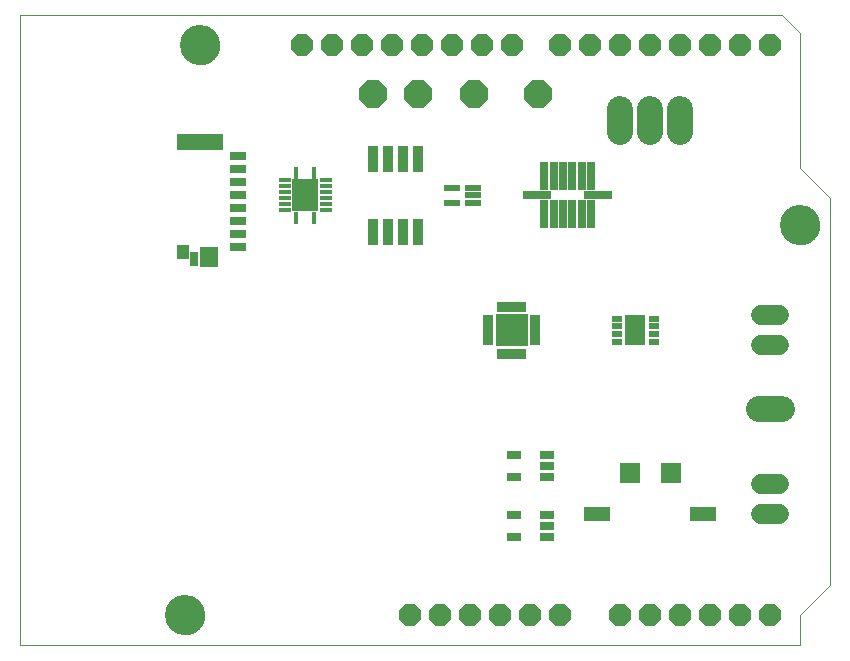
<source format=gts>
G75*
%MOIN*%
%OFA0B0*%
%FSLAX25Y25*%
%IPPOS*%
%LPD*%
%AMOC8*
5,1,8,0,0,1.08239X$1,22.5*
%
%ADD10C,0.00000*%
%ADD11OC8,0.07400*%
%ADD12C,0.13398*%
%ADD13R,0.10643X0.10643*%
%ADD14R,0.03753X0.01981*%
%ADD15R,0.01981X0.03753*%
%ADD16R,0.05131X0.03162*%
%ADD17R,0.05721X0.03162*%
%ADD18R,0.15721X0.05524*%
%ADD19R,0.03162X0.04737*%
%ADD20R,0.06312X0.06509*%
%ADD21R,0.04146X0.04540*%
%ADD22R,0.03400X0.08800*%
%ADD23R,0.06902X0.10249*%
%ADD24R,0.03359X0.02178*%
%ADD25R,0.04146X0.01784*%
%ADD26R,0.08674X0.10643*%
%ADD27R,0.01784X0.04146*%
%ADD28R,0.02965X0.09245*%
%ADD29R,0.09245X0.02965*%
%ADD30R,0.08700X0.05100*%
%ADD31C,0.06706*%
%ADD32R,0.05524X0.02375*%
%ADD33C,0.08600*%
%ADD34OC8,0.09300*%
%ADD35R,0.06706X0.06706*%
D10*
X0027000Y0009000D02*
X0027000Y0219000D01*
X0281000Y0219000D01*
X0287000Y0213000D01*
X0287000Y0168000D01*
X0297000Y0158000D01*
X0297000Y0029000D01*
X0287000Y0019000D01*
X0287000Y0009000D01*
X0027000Y0009000D01*
X0075701Y0019000D02*
X0075703Y0019158D01*
X0075709Y0019316D01*
X0075719Y0019474D01*
X0075733Y0019632D01*
X0075751Y0019789D01*
X0075772Y0019946D01*
X0075798Y0020102D01*
X0075828Y0020258D01*
X0075861Y0020413D01*
X0075899Y0020566D01*
X0075940Y0020719D01*
X0075985Y0020871D01*
X0076034Y0021022D01*
X0076087Y0021171D01*
X0076143Y0021319D01*
X0076203Y0021465D01*
X0076267Y0021610D01*
X0076335Y0021753D01*
X0076406Y0021895D01*
X0076480Y0022035D01*
X0076558Y0022172D01*
X0076640Y0022308D01*
X0076724Y0022442D01*
X0076813Y0022573D01*
X0076904Y0022702D01*
X0076999Y0022829D01*
X0077096Y0022954D01*
X0077197Y0023076D01*
X0077301Y0023195D01*
X0077408Y0023312D01*
X0077518Y0023426D01*
X0077631Y0023537D01*
X0077746Y0023646D01*
X0077864Y0023751D01*
X0077985Y0023853D01*
X0078108Y0023953D01*
X0078234Y0024049D01*
X0078362Y0024142D01*
X0078492Y0024232D01*
X0078625Y0024318D01*
X0078760Y0024402D01*
X0078896Y0024481D01*
X0079035Y0024558D01*
X0079176Y0024630D01*
X0079318Y0024700D01*
X0079462Y0024765D01*
X0079608Y0024827D01*
X0079755Y0024885D01*
X0079904Y0024940D01*
X0080054Y0024991D01*
X0080205Y0025038D01*
X0080357Y0025081D01*
X0080510Y0025120D01*
X0080665Y0025156D01*
X0080820Y0025187D01*
X0080976Y0025215D01*
X0081132Y0025239D01*
X0081289Y0025259D01*
X0081447Y0025275D01*
X0081604Y0025287D01*
X0081763Y0025295D01*
X0081921Y0025299D01*
X0082079Y0025299D01*
X0082237Y0025295D01*
X0082396Y0025287D01*
X0082553Y0025275D01*
X0082711Y0025259D01*
X0082868Y0025239D01*
X0083024Y0025215D01*
X0083180Y0025187D01*
X0083335Y0025156D01*
X0083490Y0025120D01*
X0083643Y0025081D01*
X0083795Y0025038D01*
X0083946Y0024991D01*
X0084096Y0024940D01*
X0084245Y0024885D01*
X0084392Y0024827D01*
X0084538Y0024765D01*
X0084682Y0024700D01*
X0084824Y0024630D01*
X0084965Y0024558D01*
X0085104Y0024481D01*
X0085240Y0024402D01*
X0085375Y0024318D01*
X0085508Y0024232D01*
X0085638Y0024142D01*
X0085766Y0024049D01*
X0085892Y0023953D01*
X0086015Y0023853D01*
X0086136Y0023751D01*
X0086254Y0023646D01*
X0086369Y0023537D01*
X0086482Y0023426D01*
X0086592Y0023312D01*
X0086699Y0023195D01*
X0086803Y0023076D01*
X0086904Y0022954D01*
X0087001Y0022829D01*
X0087096Y0022702D01*
X0087187Y0022573D01*
X0087276Y0022442D01*
X0087360Y0022308D01*
X0087442Y0022172D01*
X0087520Y0022035D01*
X0087594Y0021895D01*
X0087665Y0021753D01*
X0087733Y0021610D01*
X0087797Y0021465D01*
X0087857Y0021319D01*
X0087913Y0021171D01*
X0087966Y0021022D01*
X0088015Y0020871D01*
X0088060Y0020719D01*
X0088101Y0020566D01*
X0088139Y0020413D01*
X0088172Y0020258D01*
X0088202Y0020102D01*
X0088228Y0019946D01*
X0088249Y0019789D01*
X0088267Y0019632D01*
X0088281Y0019474D01*
X0088291Y0019316D01*
X0088297Y0019158D01*
X0088299Y0019000D01*
X0088297Y0018842D01*
X0088291Y0018684D01*
X0088281Y0018526D01*
X0088267Y0018368D01*
X0088249Y0018211D01*
X0088228Y0018054D01*
X0088202Y0017898D01*
X0088172Y0017742D01*
X0088139Y0017587D01*
X0088101Y0017434D01*
X0088060Y0017281D01*
X0088015Y0017129D01*
X0087966Y0016978D01*
X0087913Y0016829D01*
X0087857Y0016681D01*
X0087797Y0016535D01*
X0087733Y0016390D01*
X0087665Y0016247D01*
X0087594Y0016105D01*
X0087520Y0015965D01*
X0087442Y0015828D01*
X0087360Y0015692D01*
X0087276Y0015558D01*
X0087187Y0015427D01*
X0087096Y0015298D01*
X0087001Y0015171D01*
X0086904Y0015046D01*
X0086803Y0014924D01*
X0086699Y0014805D01*
X0086592Y0014688D01*
X0086482Y0014574D01*
X0086369Y0014463D01*
X0086254Y0014354D01*
X0086136Y0014249D01*
X0086015Y0014147D01*
X0085892Y0014047D01*
X0085766Y0013951D01*
X0085638Y0013858D01*
X0085508Y0013768D01*
X0085375Y0013682D01*
X0085240Y0013598D01*
X0085104Y0013519D01*
X0084965Y0013442D01*
X0084824Y0013370D01*
X0084682Y0013300D01*
X0084538Y0013235D01*
X0084392Y0013173D01*
X0084245Y0013115D01*
X0084096Y0013060D01*
X0083946Y0013009D01*
X0083795Y0012962D01*
X0083643Y0012919D01*
X0083490Y0012880D01*
X0083335Y0012844D01*
X0083180Y0012813D01*
X0083024Y0012785D01*
X0082868Y0012761D01*
X0082711Y0012741D01*
X0082553Y0012725D01*
X0082396Y0012713D01*
X0082237Y0012705D01*
X0082079Y0012701D01*
X0081921Y0012701D01*
X0081763Y0012705D01*
X0081604Y0012713D01*
X0081447Y0012725D01*
X0081289Y0012741D01*
X0081132Y0012761D01*
X0080976Y0012785D01*
X0080820Y0012813D01*
X0080665Y0012844D01*
X0080510Y0012880D01*
X0080357Y0012919D01*
X0080205Y0012962D01*
X0080054Y0013009D01*
X0079904Y0013060D01*
X0079755Y0013115D01*
X0079608Y0013173D01*
X0079462Y0013235D01*
X0079318Y0013300D01*
X0079176Y0013370D01*
X0079035Y0013442D01*
X0078896Y0013519D01*
X0078760Y0013598D01*
X0078625Y0013682D01*
X0078492Y0013768D01*
X0078362Y0013858D01*
X0078234Y0013951D01*
X0078108Y0014047D01*
X0077985Y0014147D01*
X0077864Y0014249D01*
X0077746Y0014354D01*
X0077631Y0014463D01*
X0077518Y0014574D01*
X0077408Y0014688D01*
X0077301Y0014805D01*
X0077197Y0014924D01*
X0077096Y0015046D01*
X0076999Y0015171D01*
X0076904Y0015298D01*
X0076813Y0015427D01*
X0076724Y0015558D01*
X0076640Y0015692D01*
X0076558Y0015828D01*
X0076480Y0015965D01*
X0076406Y0016105D01*
X0076335Y0016247D01*
X0076267Y0016390D01*
X0076203Y0016535D01*
X0076143Y0016681D01*
X0076087Y0016829D01*
X0076034Y0016978D01*
X0075985Y0017129D01*
X0075940Y0017281D01*
X0075899Y0017434D01*
X0075861Y0017587D01*
X0075828Y0017742D01*
X0075798Y0017898D01*
X0075772Y0018054D01*
X0075751Y0018211D01*
X0075733Y0018368D01*
X0075719Y0018526D01*
X0075709Y0018684D01*
X0075703Y0018842D01*
X0075701Y0019000D01*
X0280701Y0149000D02*
X0280703Y0149158D01*
X0280709Y0149316D01*
X0280719Y0149474D01*
X0280733Y0149632D01*
X0280751Y0149789D01*
X0280772Y0149946D01*
X0280798Y0150102D01*
X0280828Y0150258D01*
X0280861Y0150413D01*
X0280899Y0150566D01*
X0280940Y0150719D01*
X0280985Y0150871D01*
X0281034Y0151022D01*
X0281087Y0151171D01*
X0281143Y0151319D01*
X0281203Y0151465D01*
X0281267Y0151610D01*
X0281335Y0151753D01*
X0281406Y0151895D01*
X0281480Y0152035D01*
X0281558Y0152172D01*
X0281640Y0152308D01*
X0281724Y0152442D01*
X0281813Y0152573D01*
X0281904Y0152702D01*
X0281999Y0152829D01*
X0282096Y0152954D01*
X0282197Y0153076D01*
X0282301Y0153195D01*
X0282408Y0153312D01*
X0282518Y0153426D01*
X0282631Y0153537D01*
X0282746Y0153646D01*
X0282864Y0153751D01*
X0282985Y0153853D01*
X0283108Y0153953D01*
X0283234Y0154049D01*
X0283362Y0154142D01*
X0283492Y0154232D01*
X0283625Y0154318D01*
X0283760Y0154402D01*
X0283896Y0154481D01*
X0284035Y0154558D01*
X0284176Y0154630D01*
X0284318Y0154700D01*
X0284462Y0154765D01*
X0284608Y0154827D01*
X0284755Y0154885D01*
X0284904Y0154940D01*
X0285054Y0154991D01*
X0285205Y0155038D01*
X0285357Y0155081D01*
X0285510Y0155120D01*
X0285665Y0155156D01*
X0285820Y0155187D01*
X0285976Y0155215D01*
X0286132Y0155239D01*
X0286289Y0155259D01*
X0286447Y0155275D01*
X0286604Y0155287D01*
X0286763Y0155295D01*
X0286921Y0155299D01*
X0287079Y0155299D01*
X0287237Y0155295D01*
X0287396Y0155287D01*
X0287553Y0155275D01*
X0287711Y0155259D01*
X0287868Y0155239D01*
X0288024Y0155215D01*
X0288180Y0155187D01*
X0288335Y0155156D01*
X0288490Y0155120D01*
X0288643Y0155081D01*
X0288795Y0155038D01*
X0288946Y0154991D01*
X0289096Y0154940D01*
X0289245Y0154885D01*
X0289392Y0154827D01*
X0289538Y0154765D01*
X0289682Y0154700D01*
X0289824Y0154630D01*
X0289965Y0154558D01*
X0290104Y0154481D01*
X0290240Y0154402D01*
X0290375Y0154318D01*
X0290508Y0154232D01*
X0290638Y0154142D01*
X0290766Y0154049D01*
X0290892Y0153953D01*
X0291015Y0153853D01*
X0291136Y0153751D01*
X0291254Y0153646D01*
X0291369Y0153537D01*
X0291482Y0153426D01*
X0291592Y0153312D01*
X0291699Y0153195D01*
X0291803Y0153076D01*
X0291904Y0152954D01*
X0292001Y0152829D01*
X0292096Y0152702D01*
X0292187Y0152573D01*
X0292276Y0152442D01*
X0292360Y0152308D01*
X0292442Y0152172D01*
X0292520Y0152035D01*
X0292594Y0151895D01*
X0292665Y0151753D01*
X0292733Y0151610D01*
X0292797Y0151465D01*
X0292857Y0151319D01*
X0292913Y0151171D01*
X0292966Y0151022D01*
X0293015Y0150871D01*
X0293060Y0150719D01*
X0293101Y0150566D01*
X0293139Y0150413D01*
X0293172Y0150258D01*
X0293202Y0150102D01*
X0293228Y0149946D01*
X0293249Y0149789D01*
X0293267Y0149632D01*
X0293281Y0149474D01*
X0293291Y0149316D01*
X0293297Y0149158D01*
X0293299Y0149000D01*
X0293297Y0148842D01*
X0293291Y0148684D01*
X0293281Y0148526D01*
X0293267Y0148368D01*
X0293249Y0148211D01*
X0293228Y0148054D01*
X0293202Y0147898D01*
X0293172Y0147742D01*
X0293139Y0147587D01*
X0293101Y0147434D01*
X0293060Y0147281D01*
X0293015Y0147129D01*
X0292966Y0146978D01*
X0292913Y0146829D01*
X0292857Y0146681D01*
X0292797Y0146535D01*
X0292733Y0146390D01*
X0292665Y0146247D01*
X0292594Y0146105D01*
X0292520Y0145965D01*
X0292442Y0145828D01*
X0292360Y0145692D01*
X0292276Y0145558D01*
X0292187Y0145427D01*
X0292096Y0145298D01*
X0292001Y0145171D01*
X0291904Y0145046D01*
X0291803Y0144924D01*
X0291699Y0144805D01*
X0291592Y0144688D01*
X0291482Y0144574D01*
X0291369Y0144463D01*
X0291254Y0144354D01*
X0291136Y0144249D01*
X0291015Y0144147D01*
X0290892Y0144047D01*
X0290766Y0143951D01*
X0290638Y0143858D01*
X0290508Y0143768D01*
X0290375Y0143682D01*
X0290240Y0143598D01*
X0290104Y0143519D01*
X0289965Y0143442D01*
X0289824Y0143370D01*
X0289682Y0143300D01*
X0289538Y0143235D01*
X0289392Y0143173D01*
X0289245Y0143115D01*
X0289096Y0143060D01*
X0288946Y0143009D01*
X0288795Y0142962D01*
X0288643Y0142919D01*
X0288490Y0142880D01*
X0288335Y0142844D01*
X0288180Y0142813D01*
X0288024Y0142785D01*
X0287868Y0142761D01*
X0287711Y0142741D01*
X0287553Y0142725D01*
X0287396Y0142713D01*
X0287237Y0142705D01*
X0287079Y0142701D01*
X0286921Y0142701D01*
X0286763Y0142705D01*
X0286604Y0142713D01*
X0286447Y0142725D01*
X0286289Y0142741D01*
X0286132Y0142761D01*
X0285976Y0142785D01*
X0285820Y0142813D01*
X0285665Y0142844D01*
X0285510Y0142880D01*
X0285357Y0142919D01*
X0285205Y0142962D01*
X0285054Y0143009D01*
X0284904Y0143060D01*
X0284755Y0143115D01*
X0284608Y0143173D01*
X0284462Y0143235D01*
X0284318Y0143300D01*
X0284176Y0143370D01*
X0284035Y0143442D01*
X0283896Y0143519D01*
X0283760Y0143598D01*
X0283625Y0143682D01*
X0283492Y0143768D01*
X0283362Y0143858D01*
X0283234Y0143951D01*
X0283108Y0144047D01*
X0282985Y0144147D01*
X0282864Y0144249D01*
X0282746Y0144354D01*
X0282631Y0144463D01*
X0282518Y0144574D01*
X0282408Y0144688D01*
X0282301Y0144805D01*
X0282197Y0144924D01*
X0282096Y0145046D01*
X0281999Y0145171D01*
X0281904Y0145298D01*
X0281813Y0145427D01*
X0281724Y0145558D01*
X0281640Y0145692D01*
X0281558Y0145828D01*
X0281480Y0145965D01*
X0281406Y0146105D01*
X0281335Y0146247D01*
X0281267Y0146390D01*
X0281203Y0146535D01*
X0281143Y0146681D01*
X0281087Y0146829D01*
X0281034Y0146978D01*
X0280985Y0147129D01*
X0280940Y0147281D01*
X0280899Y0147434D01*
X0280861Y0147587D01*
X0280828Y0147742D01*
X0280798Y0147898D01*
X0280772Y0148054D01*
X0280751Y0148211D01*
X0280733Y0148368D01*
X0280719Y0148526D01*
X0280709Y0148684D01*
X0280703Y0148842D01*
X0280701Y0149000D01*
X0080701Y0209000D02*
X0080703Y0209158D01*
X0080709Y0209316D01*
X0080719Y0209474D01*
X0080733Y0209632D01*
X0080751Y0209789D01*
X0080772Y0209946D01*
X0080798Y0210102D01*
X0080828Y0210258D01*
X0080861Y0210413D01*
X0080899Y0210566D01*
X0080940Y0210719D01*
X0080985Y0210871D01*
X0081034Y0211022D01*
X0081087Y0211171D01*
X0081143Y0211319D01*
X0081203Y0211465D01*
X0081267Y0211610D01*
X0081335Y0211753D01*
X0081406Y0211895D01*
X0081480Y0212035D01*
X0081558Y0212172D01*
X0081640Y0212308D01*
X0081724Y0212442D01*
X0081813Y0212573D01*
X0081904Y0212702D01*
X0081999Y0212829D01*
X0082096Y0212954D01*
X0082197Y0213076D01*
X0082301Y0213195D01*
X0082408Y0213312D01*
X0082518Y0213426D01*
X0082631Y0213537D01*
X0082746Y0213646D01*
X0082864Y0213751D01*
X0082985Y0213853D01*
X0083108Y0213953D01*
X0083234Y0214049D01*
X0083362Y0214142D01*
X0083492Y0214232D01*
X0083625Y0214318D01*
X0083760Y0214402D01*
X0083896Y0214481D01*
X0084035Y0214558D01*
X0084176Y0214630D01*
X0084318Y0214700D01*
X0084462Y0214765D01*
X0084608Y0214827D01*
X0084755Y0214885D01*
X0084904Y0214940D01*
X0085054Y0214991D01*
X0085205Y0215038D01*
X0085357Y0215081D01*
X0085510Y0215120D01*
X0085665Y0215156D01*
X0085820Y0215187D01*
X0085976Y0215215D01*
X0086132Y0215239D01*
X0086289Y0215259D01*
X0086447Y0215275D01*
X0086604Y0215287D01*
X0086763Y0215295D01*
X0086921Y0215299D01*
X0087079Y0215299D01*
X0087237Y0215295D01*
X0087396Y0215287D01*
X0087553Y0215275D01*
X0087711Y0215259D01*
X0087868Y0215239D01*
X0088024Y0215215D01*
X0088180Y0215187D01*
X0088335Y0215156D01*
X0088490Y0215120D01*
X0088643Y0215081D01*
X0088795Y0215038D01*
X0088946Y0214991D01*
X0089096Y0214940D01*
X0089245Y0214885D01*
X0089392Y0214827D01*
X0089538Y0214765D01*
X0089682Y0214700D01*
X0089824Y0214630D01*
X0089965Y0214558D01*
X0090104Y0214481D01*
X0090240Y0214402D01*
X0090375Y0214318D01*
X0090508Y0214232D01*
X0090638Y0214142D01*
X0090766Y0214049D01*
X0090892Y0213953D01*
X0091015Y0213853D01*
X0091136Y0213751D01*
X0091254Y0213646D01*
X0091369Y0213537D01*
X0091482Y0213426D01*
X0091592Y0213312D01*
X0091699Y0213195D01*
X0091803Y0213076D01*
X0091904Y0212954D01*
X0092001Y0212829D01*
X0092096Y0212702D01*
X0092187Y0212573D01*
X0092276Y0212442D01*
X0092360Y0212308D01*
X0092442Y0212172D01*
X0092520Y0212035D01*
X0092594Y0211895D01*
X0092665Y0211753D01*
X0092733Y0211610D01*
X0092797Y0211465D01*
X0092857Y0211319D01*
X0092913Y0211171D01*
X0092966Y0211022D01*
X0093015Y0210871D01*
X0093060Y0210719D01*
X0093101Y0210566D01*
X0093139Y0210413D01*
X0093172Y0210258D01*
X0093202Y0210102D01*
X0093228Y0209946D01*
X0093249Y0209789D01*
X0093267Y0209632D01*
X0093281Y0209474D01*
X0093291Y0209316D01*
X0093297Y0209158D01*
X0093299Y0209000D01*
X0093297Y0208842D01*
X0093291Y0208684D01*
X0093281Y0208526D01*
X0093267Y0208368D01*
X0093249Y0208211D01*
X0093228Y0208054D01*
X0093202Y0207898D01*
X0093172Y0207742D01*
X0093139Y0207587D01*
X0093101Y0207434D01*
X0093060Y0207281D01*
X0093015Y0207129D01*
X0092966Y0206978D01*
X0092913Y0206829D01*
X0092857Y0206681D01*
X0092797Y0206535D01*
X0092733Y0206390D01*
X0092665Y0206247D01*
X0092594Y0206105D01*
X0092520Y0205965D01*
X0092442Y0205828D01*
X0092360Y0205692D01*
X0092276Y0205558D01*
X0092187Y0205427D01*
X0092096Y0205298D01*
X0092001Y0205171D01*
X0091904Y0205046D01*
X0091803Y0204924D01*
X0091699Y0204805D01*
X0091592Y0204688D01*
X0091482Y0204574D01*
X0091369Y0204463D01*
X0091254Y0204354D01*
X0091136Y0204249D01*
X0091015Y0204147D01*
X0090892Y0204047D01*
X0090766Y0203951D01*
X0090638Y0203858D01*
X0090508Y0203768D01*
X0090375Y0203682D01*
X0090240Y0203598D01*
X0090104Y0203519D01*
X0089965Y0203442D01*
X0089824Y0203370D01*
X0089682Y0203300D01*
X0089538Y0203235D01*
X0089392Y0203173D01*
X0089245Y0203115D01*
X0089096Y0203060D01*
X0088946Y0203009D01*
X0088795Y0202962D01*
X0088643Y0202919D01*
X0088490Y0202880D01*
X0088335Y0202844D01*
X0088180Y0202813D01*
X0088024Y0202785D01*
X0087868Y0202761D01*
X0087711Y0202741D01*
X0087553Y0202725D01*
X0087396Y0202713D01*
X0087237Y0202705D01*
X0087079Y0202701D01*
X0086921Y0202701D01*
X0086763Y0202705D01*
X0086604Y0202713D01*
X0086447Y0202725D01*
X0086289Y0202741D01*
X0086132Y0202761D01*
X0085976Y0202785D01*
X0085820Y0202813D01*
X0085665Y0202844D01*
X0085510Y0202880D01*
X0085357Y0202919D01*
X0085205Y0202962D01*
X0085054Y0203009D01*
X0084904Y0203060D01*
X0084755Y0203115D01*
X0084608Y0203173D01*
X0084462Y0203235D01*
X0084318Y0203300D01*
X0084176Y0203370D01*
X0084035Y0203442D01*
X0083896Y0203519D01*
X0083760Y0203598D01*
X0083625Y0203682D01*
X0083492Y0203768D01*
X0083362Y0203858D01*
X0083234Y0203951D01*
X0083108Y0204047D01*
X0082985Y0204147D01*
X0082864Y0204249D01*
X0082746Y0204354D01*
X0082631Y0204463D01*
X0082518Y0204574D01*
X0082408Y0204688D01*
X0082301Y0204805D01*
X0082197Y0204924D01*
X0082096Y0205046D01*
X0081999Y0205171D01*
X0081904Y0205298D01*
X0081813Y0205427D01*
X0081724Y0205558D01*
X0081640Y0205692D01*
X0081558Y0205828D01*
X0081480Y0205965D01*
X0081406Y0206105D01*
X0081335Y0206247D01*
X0081267Y0206390D01*
X0081203Y0206535D01*
X0081143Y0206681D01*
X0081087Y0206829D01*
X0081034Y0206978D01*
X0080985Y0207129D01*
X0080940Y0207281D01*
X0080899Y0207434D01*
X0080861Y0207587D01*
X0080828Y0207742D01*
X0080798Y0207898D01*
X0080772Y0208054D01*
X0080751Y0208211D01*
X0080733Y0208368D01*
X0080719Y0208526D01*
X0080709Y0208684D01*
X0080703Y0208842D01*
X0080701Y0209000D01*
D11*
X0121000Y0209000D03*
X0131000Y0209000D03*
X0141000Y0209000D03*
X0151000Y0209000D03*
X0161000Y0209000D03*
X0171000Y0209000D03*
X0181000Y0209000D03*
X0191000Y0209000D03*
X0207000Y0209000D03*
X0217000Y0209000D03*
X0227000Y0209000D03*
X0237000Y0209000D03*
X0247000Y0209000D03*
X0257000Y0209000D03*
X0267000Y0209000D03*
X0277000Y0209000D03*
X0277000Y0019000D03*
X0267000Y0019000D03*
X0257000Y0019000D03*
X0247000Y0019000D03*
X0237000Y0019000D03*
X0227000Y0019000D03*
X0207000Y0019000D03*
X0197000Y0019000D03*
X0187000Y0019000D03*
X0177000Y0019000D03*
X0167000Y0019000D03*
X0157000Y0019000D03*
D12*
X0082000Y0019000D03*
X0287000Y0149000D03*
X0087000Y0209000D03*
D13*
X0190750Y0114000D03*
X0190750Y0114000D03*
D14*
X0182876Y0114000D03*
X0182876Y0112031D03*
X0182876Y0110063D03*
X0182876Y0115969D03*
X0182876Y0117937D03*
X0198624Y0117937D03*
X0198624Y0115969D03*
X0198624Y0114000D03*
X0198624Y0112031D03*
X0198624Y0110063D03*
D15*
X0194687Y0106126D03*
X0192719Y0106126D03*
X0190750Y0106126D03*
X0188781Y0106126D03*
X0186813Y0106126D03*
X0186813Y0121874D03*
X0188781Y0121874D03*
X0190750Y0121874D03*
X0192719Y0121874D03*
X0194687Y0121874D03*
D16*
X0191488Y0072543D03*
X0191488Y0065063D03*
X0202512Y0065063D03*
X0202512Y0068803D03*
X0202512Y0072543D03*
X0202512Y0052543D03*
X0202512Y0048803D03*
X0202512Y0045063D03*
X0191488Y0045063D03*
X0191488Y0052543D03*
D17*
X0099520Y0141795D03*
X0099520Y0146126D03*
X0099520Y0150457D03*
X0099520Y0154787D03*
X0099520Y0159118D03*
X0099520Y0163449D03*
X0099520Y0167780D03*
X0099520Y0172110D03*
D18*
X0087000Y0176638D03*
D19*
X0085071Y0137661D03*
D20*
X0089992Y0138449D03*
D21*
X0081252Y0140024D03*
D22*
X0144500Y0146900D03*
X0149500Y0146900D03*
X0154500Y0146900D03*
X0159500Y0146900D03*
X0159500Y0171100D03*
X0154500Y0171100D03*
X0149500Y0171100D03*
X0144500Y0171100D03*
D23*
X0232000Y0114000D03*
D24*
X0225898Y0112720D03*
X0225898Y0110161D03*
X0225898Y0115280D03*
X0225898Y0117839D03*
X0238102Y0117839D03*
X0238102Y0115280D03*
X0238102Y0112720D03*
X0238102Y0110161D03*
D25*
X0128890Y0154079D03*
X0128890Y0156047D03*
X0128890Y0158016D03*
X0128890Y0159984D03*
X0128890Y0161953D03*
X0128890Y0163921D03*
X0115110Y0163921D03*
X0115110Y0161953D03*
X0115110Y0159984D03*
X0115110Y0158016D03*
X0115110Y0156047D03*
X0115110Y0154079D03*
D26*
X0122000Y0159000D03*
D27*
X0119047Y0151520D03*
X0124953Y0151520D03*
X0124953Y0166480D03*
X0119047Y0166480D03*
D28*
X0201626Y0165299D03*
X0204776Y0165299D03*
X0207925Y0165299D03*
X0211075Y0165299D03*
X0214224Y0165299D03*
X0217374Y0165299D03*
X0217374Y0152701D03*
X0214224Y0152701D03*
X0211075Y0152701D03*
X0207925Y0152701D03*
X0204776Y0152701D03*
X0201626Y0152701D03*
D29*
X0199264Y0159000D03*
X0219736Y0159000D03*
D30*
X0219300Y0052750D03*
X0254700Y0052750D03*
D31*
X0274047Y0052750D02*
X0279953Y0052750D01*
X0279953Y0062750D02*
X0274047Y0062750D01*
X0274047Y0109000D02*
X0279953Y0109000D01*
X0279953Y0119000D02*
X0274047Y0119000D01*
D32*
X0178043Y0156441D03*
X0178043Y0159000D03*
X0178043Y0161559D03*
X0170957Y0161559D03*
X0170957Y0156441D03*
D33*
X0227000Y0180100D02*
X0227000Y0187900D01*
X0237000Y0187900D02*
X0237000Y0180100D01*
X0247000Y0180100D02*
X0247000Y0187900D01*
X0273100Y0087750D02*
X0280900Y0087750D01*
D34*
X0199500Y0192750D03*
X0178250Y0192750D03*
X0159500Y0192750D03*
X0144500Y0192750D03*
D35*
X0230110Y0066500D03*
X0243890Y0066500D03*
M02*

</source>
